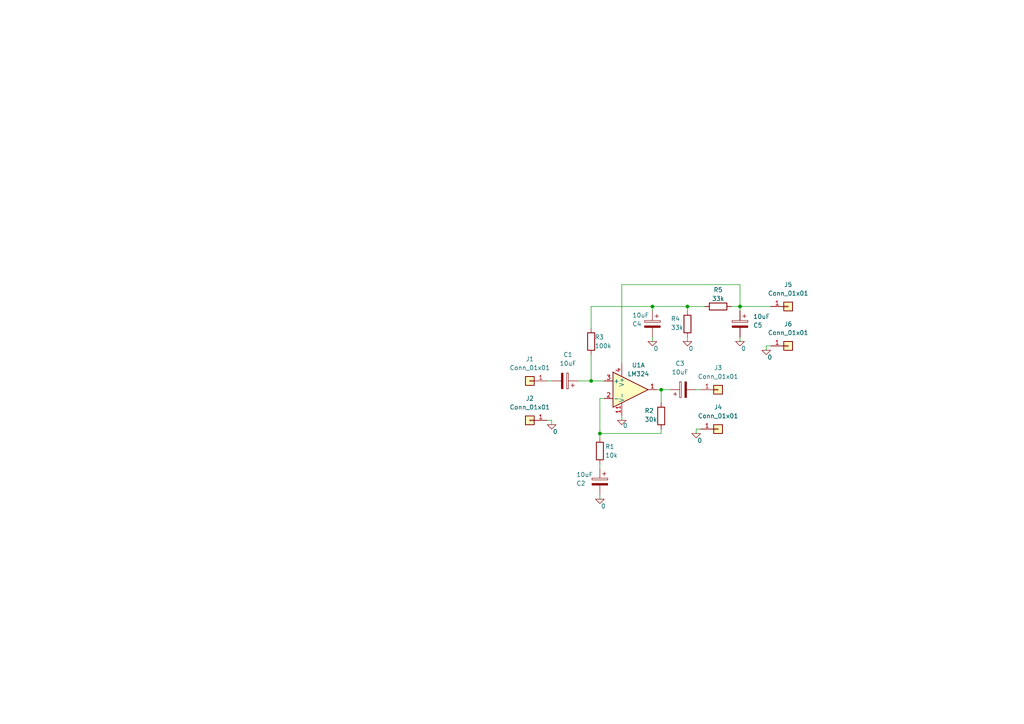
<source format=kicad_sch>
(kicad_sch (version 20250114) (generator "eeschema") (generator_version "9.0")
  (paper "A4")
  (lib_symbols
    (symbol "Amplifier_Operational:LM324" (pin_names (offset 0.127))
      (property "Reference" "U" (at 0 5.08 0))
      (property "Value" "LM324" (at 0 -5.08 0))
      (symbol "LM324_1_1"
        (polyline (pts (xy -5.08 5.08) (xy 5.08 0) (xy -5.08 -5.08) (xy -5.08 5.08)) (stroke (width 0.254)) (fill (type background)))
        (pin input line (at -7.62 2.54 0) (length 2.54) (name "+") (number "3"))
        (pin input line (at -7.62 -2.54 0) (length 2.54) (name "-") (number "2"))
        (pin output line (at 7.62 0 180) (length 2.54) (name "~") (number "1"))
      )
      (symbol "LM324_2_1"
        (polyline (pts (xy -5.08 5.08) (xy 5.08 0) (xy -5.08 -5.08) (xy -5.08 5.08)) (stroke (width 0.254)) (fill (type background)))
        (pin input line (at -7.62 2.54 0) (length 2.54) (name "+") (number "5"))
        (pin input line (at -7.62 -2.54 0) (length 2.54) (name "-") (number "6"))
        (pin output line (at 7.62 0 180) (length 2.54) (name "~") (number "7"))
      )
      (symbol "LM324_3_1"
        (polyline (pts (xy -5.08 5.08) (xy 5.08 0) (xy -5.08 -5.08) (xy -5.08 5.08)) (stroke (width 0.254)) (fill (type background)))
        (pin input line (at -7.62 2.54 0) (length 2.54) (name "+") (number "10"))
        (pin input line (at -7.62 -2.54 0) (length 2.54) (name "-") (number "9"))
        (pin output line (at 7.62 0 180) (length 2.54) (name "~") (number "8"))
      )
      (symbol "LM324_4_1"
        (polyline (pts (xy -5.08 5.08) (xy 5.08 0) (xy -5.08 -5.08) (xy -5.08 5.08)) (stroke (width 0.254)) (fill (type background)))
        (pin input line (at -7.62 2.54 0) (length 2.54) (name "+") (number "12"))
        (pin input line (at -7.62 -2.54 0) (length 2.54) (name "-") (number "13"))
        (pin output line (at 7.62 0 180) (length 2.54) (name "~") (number "14"))
      )
      (symbol "LM324_5_1"
        (pin power_in line (at -2.54 7.62 270) (length 3.81) (name "V+") (number "4"))
        (pin power_in line (at -2.54 -7.62 90) (length 3.81) (name "V-") (number "11"))
      )
    )
    (symbol "Connector_Generic:Conn_01x01" (pin_names (offset 1.016) (hide yes))
      (property "Reference" "J" (at 0 2.54 0))
      (property "Value" "Conn_01x01" (at 0 -2.54 0))
      (symbol "Conn_01x01_1_1"
        (rectangle (start -1.27 1.27) (end 1.27 -1.27) (stroke (width 0.254)) (fill (type background)))
        (rectangle (start -1.27 0.127) (end 0 -0.127) (stroke (width 0.1524)))
        (pin passive line (at -5.08 0 0) (length 3.81) (name "Pin_1") (number "1"))
      )
    )
    (symbol "Device:C_Polarized" (pin_numbers (hide yes)) (pin_names (offset 0.254))
      (property "Reference" "C" (at 0.635 2.54 0))
      (property "Value" "C_Polarized" (at 0.635 -2.54 0))
      (symbol "C_Polarized_0_1"
        (rectangle (start -2.286 0.508) (end 2.286 1.016))
        (polyline (pts (xy -1.778 2.286) (xy -0.762 2.286)))
        (polyline (pts (xy -1.27 2.794) (xy -1.27 1.778)))
        (rectangle (start 2.286 -0.508) (end -2.286 -1.016) (fill (type outline)))
      )
      (symbol "C_Polarized_1_1"
        (pin passive line (at 0 3.81 270) (length 2.794) (name "~") (number "1"))
        (pin passive line (at 0 -3.81 90) (length 2.794) (name "~") (number "2"))
      )
    )
    (symbol "Device:R" (pin_numbers (hide yes)) (pin_names (offset 0))
      (property "Reference" "R" (at 2.032 0 90))
      (property "Value" "R" (at 0 0 90))
      (symbol "R_0_1"
        (rectangle (start -1.016 -2.54) (end 1.016 2.54) (stroke (width 0.254)))
      )
      (symbol "R_1_1"
        (pin passive line (at 0 3.81 270) (length 1.27) (name "~") (number "1"))
        (pin passive line (at 0 -3.81 90) (length 1.27) (name "~") (number "2"))
      )
    )
    (symbol "Simulation_SPICE:0" (power) (pin_numbers (hide yes)) (pin_names (offset 0) (hide yes))
      (property "Value" "0" (at 0 -2.54 0))
      (symbol "0_0_1"
        (polyline (pts (xy -1.27 0) (xy 0 -1.27) (xy 1.27 0) (xy -1.27 0)))
      )
      (symbol "0_1_1"
        (pin power_in line (at 0 0 0) (length 0) (name "~") (number "1"))
      )
    )
  )
  (junction (at 214.63 88.9))
  (junction (at 173.99 125.73))
  (junction (at 191.77 113.03))
  (junction (at 189.23 88.9))
  (junction (at 199.39 88.9))
  (junction (at 171.45 110.49))
  (wire (pts (xy 199.39 88.9) (xy 204.47 88.9)))
  (wire (pts (xy 160.02 121.92) (xy 160.02 123.19)))
  (wire (pts (xy 171.45 102.87) (xy 171.45 110.49)))
  (wire (pts (xy 189.23 97.79) (xy 189.23 99.06)))
  (wire (pts (xy 180.34 120.65) (xy 180.34 121.92)))
  (wire (pts (xy 173.99 115.57) (xy 173.99 125.73)))
  (wire (pts (xy 189.23 88.9) (xy 189.23 90.17)))
  (wire (pts (xy 180.34 82.55) (xy 180.34 105.41)))
  (wire (pts (xy 173.99 125.73) (xy 191.77 125.73)))
  (wire (pts (xy 222.25 100.33) (xy 222.25 101.6)))
  (wire (pts (xy 171.45 110.49) (xy 175.26 110.49)))
  (wire (pts (xy 190.5 113.03) (xy 191.77 113.03)))
  (wire (pts (xy 158.75 121.92) (xy 160.02 121.92)))
  (wire (pts (xy 214.63 88.9) (xy 214.63 82.55)))
  (wire (pts (xy 214.63 82.55) (xy 180.34 82.55)))
  (wire (pts (xy 171.45 88.9) (xy 189.23 88.9)))
  (wire (pts (xy 199.39 90.17) (xy 199.39 88.9)))
  (wire (pts (xy 173.99 125.73) (xy 173.99 127)))
  (wire (pts (xy 173.99 134.62) (xy 173.99 135.89)))
  (wire (pts (xy 158.75 110.49) (xy 160.02 110.49)))
  (wire (pts (xy 191.77 113.03) (xy 194.31 113.03)))
  (wire (pts (xy 212.09 88.9) (xy 214.63 88.9)))
  (wire (pts (xy 201.93 113.03) (xy 203.2 113.03)))
  (wire (pts (xy 203.2 124.46) (xy 201.93 124.46)))
  (wire (pts (xy 199.39 97.79) (xy 199.39 99.06)))
  (wire (pts (xy 214.63 88.9) (xy 223.52 88.9)))
  (wire (pts (xy 167.64 110.49) (xy 171.45 110.49)))
  (wire (pts (xy 214.63 97.79) (xy 214.63 99.06)))
  (wire (pts (xy 201.93 124.46) (xy 201.93 125.73)))
  (wire (pts (xy 214.63 88.9) (xy 214.63 90.17)))
  (wire (pts (xy 173.99 143.51) (xy 173.99 144.78)))
  (wire (pts (xy 191.77 124.46) (xy 191.77 125.73)))
  (wire (pts (xy 175.26 115.57) (xy 173.99 115.57)))
  (wire (pts (xy 191.77 113.03) (xy 191.77 116.84)))
  (wire (pts (xy 199.39 88.9) (xy 189.23 88.9)))
  (wire (pts (xy 223.52 100.33) (xy 222.25 100.33)))
  (wire (pts (xy 171.45 95.25) (xy 171.45 88.9)))
  (symbol (lib_id "Device:R") (at 199.39 93.98 0) (unit 1)
    (property "Reference" "R4" (at 194.564 92.456 0) (effects (justify left)))
    (property "Value" "33k" (at 194.564 94.996 0) (effects (justify left)))
    (property "Footprint" "Resistor_THT:R_Axial_DIN0207_L6.3mm_D2.5mm_P7.62mm_Horizontal" (effects (hide yes)))
    (property "Description" "Resistor" (effects (hide yes)))
  )
  (symbol (lib_id "Connector_Generic:Conn_01x01") (at 228.6 88.9 0) (unit 1)
    (property "Reference" "J5" (at 228.6 82.55 0))
    (property "Value" "Conn_01x01" (at 228.6 85.09 0))
    (property "Footprint" "Connector_PinHeader_2.54mm:PinHeader_1x01_P2.54mm_Vertical" (effects (hide yes)))
    (property "Description" "Generic connector, single row, 01x01, script generated (kicad-library-utils/schlib/autogen/connector/)" (effects (hide yes)))
  )
  (symbol (lib_id "Connector_Generic:Conn_01x01") (at 153.67 121.92 0) (mirror y) (unit 1)
    (property "Reference" "J2" (at 153.67 115.57 0))
    (property "Value" "Conn_01x01" (at 153.67 118.11 0))
    (property "Footprint" "Connector_PinHeader_2.54mm:PinHeader_1x01_P2.54mm_Vertical" (effects (hide yes)))
    (property "Description" "Generic connector, single row, 01x01, script generated (kicad-library-utils/schlib/autogen/connector/)" (effects (hide yes)))
  )
  (symbol (lib_id "Amplifier_Operational:LM324") (at 182.88 113.03 0) (unit 1)
    (property "Reference" "U1" (at 185.166 105.918 0))
    (property "Value" "LM324" (at 185.166 108.458 0))
    (property "Footprint" "Package_DIP:DIP-14_W7.62mm" (effects (hide yes)))
    (property "Datasheet" "http://www.ti.com/lit/ds/symlink/lm2902-n.pdf" (effects (hide yes)))
    (property "Description" "Low-Power, Quad-Operational Amplifiers, DIP-14/SOIC-14/SSOP-14" (effects (hide yes)))
  )
  (symbol (lib_id "Simulation_SPICE:0") (at 173.99 144.78 0) (unit 1)
    (property "Reference" "#GND04" (effects (hide yes)))
    (property "Value" "0" (at 175.006 146.812 0))
    (property "Datasheet" "https://ngspice.sourceforge.io/docs/ngspice-html-manual/manual.xhtml#subsec_Circuit_elements__device" (effects (hide yes)))
    (property "Description" "0V reference potential for simulation" (effects (hide yes)))
  )
  (symbol (lib_id "Simulation_SPICE:0") (at 160.02 123.19 0) (unit 1)
    (property "Reference" "#GND01" (effects (hide yes)))
    (property "Value" "0" (at 161.036 125.222 0))
    (property "Datasheet" "https://ngspice.sourceforge.io/docs/ngspice-html-manual/manual.xhtml#subsec_Circuit_elements__device" (effects (hide yes)))
    (property "Description" "0V reference potential for simulation" (effects (hide yes)))
  )
  (symbol (lib_id "Device:C_Polarized") (at 163.83 110.49 270) (mirror x) (unit 1)
    (property "Reference" "C1" (at 164.719 102.87 90))
    (property "Value" "10uF" (at 164.719 105.41 90))
    (property "Footprint" "Capacitor_THT:CP_Radial_D5.0mm_P2.50mm" (effects (hide yes)))
    (property "Description" "Polarized capacitor" (effects (hide yes)))
  )
  (symbol (lib_id "Connector_Generic:Conn_01x01") (at 153.67 110.49 0) (mirror y) (unit 1)
    (property "Reference" "J1" (at 153.67 104.14 0))
    (property "Value" "Conn_01x01" (at 153.67 106.68 0))
    (property "Footprint" "Connector_PinHeader_2.54mm:PinHeader_1x01_P2.54mm_Vertical" (effects (hide yes)))
    (property "Description" "Generic connector, single row, 01x01, script generated (kicad-library-utils/schlib/autogen/connector/)" (effects (hide yes)))
  )
  (symbol (lib_id "Device:R") (at 171.45 99.06 180) (unit 1)
    (property "Reference" "R3" (at 172.466 97.79 0) (effects (justify right)))
    (property "Value" "100k" (at 172.466 100.33 0) (effects (justify right)))
    (property "Footprint" "Resistor_THT:R_Axial_DIN0207_L6.3mm_D2.5mm_P7.62mm_Horizontal" (effects (hide yes)))
    (property "Description" "Resistor" (effects (hide yes)))
  )
  (symbol (lib_id "Simulation_SPICE:0") (at 189.23 99.06 0) (unit 1)
    (property "Reference" "#GND05" (effects (hide yes)))
    (property "Value" "0" (at 190.246 101.092 0))
    (property "Datasheet" "https://ngspice.sourceforge.io/docs/ngspice-html-manual/manual.xhtml#subsec_Circuit_elements__device" (effects (hide yes)))
    (property "Description" "0V reference potential for simulation" (effects (hide yes)))
  )
  (symbol (lib_id "Simulation_SPICE:0") (at 222.25 101.6 0) (unit 1)
    (property "Reference" "#GND08" (effects (hide yes)))
    (property "Value" "0" (at 223.266 103.632 0))
    (property "Datasheet" "https://ngspice.sourceforge.io/docs/ngspice-html-manual/manual.xhtml#subsec_Circuit_elements__device" (effects (hide yes)))
    (property "Description" "0V reference potential for simulation" (effects (hide yes)))
  )
  (symbol (lib_id "Connector_Generic:Conn_01x01") (at 208.28 113.03 0) (unit 1)
    (property "Reference" "J3" (at 208.28 106.68 0))
    (property "Value" "Conn_01x01" (at 208.28 109.22 0))
    (property "Footprint" "Connector_PinHeader_2.54mm:PinHeader_1x01_P2.54mm_Vertical" (effects (hide yes)))
    (property "Description" "Generic connector, single row, 01x01, script generated (kicad-library-utils/schlib/autogen/connector/)" (effects (hide yes)))
  )
  (symbol (lib_id "Simulation_SPICE:0") (at 180.34 121.92 0) (unit 1)
    (property "Reference" "#GND02" (effects (hide yes)))
    (property "Value" "0" (at 181.356 123.444 0))
    (property "Datasheet" "https://ngspice.sourceforge.io/docs/ngspice-html-manual/manual.xhtml#subsec_Circuit_elements__device" (effects (hide yes)))
    (property "Description" "0V reference potential for simulation" (effects (hide yes)))
  )
  (symbol (lib_id "Simulation_SPICE:0") (at 201.93 125.73 0) (unit 1)
    (property "Reference" "#GND03" (effects (hide yes)))
    (property "Value" "0" (at 202.946 127.762 0))
    (property "Datasheet" "https://ngspice.sourceforge.io/docs/ngspice-html-manual/manual.xhtml#subsec_Circuit_elements__device" (effects (hide yes)))
    (property "Description" "0V reference potential for simulation" (effects (hide yes)))
  )
  (symbol (lib_id "Simulation_SPICE:0") (at 199.39 99.06 0) (unit 1)
    (property "Reference" "#GND06" (effects (hide yes)))
    (property "Value" "0" (at 200.406 101.092 0))
    (property "Datasheet" "https://ngspice.sourceforge.io/docs/ngspice-html-manual/manual.xhtml#subsec_Circuit_elements__device" (effects (hide yes)))
    (property "Description" "0V reference potential for simulation" (effects (hide yes)))
  )
  (symbol (lib_id "Connector_Generic:Conn_01x01") (at 208.28 124.46 0) (unit 1)
    (property "Reference" "J4" (at 208.28 118.11 0))
    (property "Value" "Conn_01x01" (at 208.28 120.65 0))
    (property "Footprint" "Connector_PinHeader_2.54mm:PinHeader_1x01_P2.54mm_Vertical" (effects (hide yes)))
    (property "Description" "Generic connector, single row, 01x01, script generated (kicad-library-utils/schlib/autogen/connector/)" (effects (hide yes)))
  )
  (symbol (lib_id "Simulation_SPICE:0") (at 214.63 99.06 0) (unit 1)
    (property "Reference" "#GND07" (effects (hide yes)))
    (property "Value" "0" (at 215.646 101.092 0))
    (property "Datasheet" "https://ngspice.sourceforge.io/docs/ngspice-html-manual/manual.xhtml#subsec_Circuit_elements__device" (effects (hide yes)))
    (property "Description" "0V reference potential for simulation" (effects (hide yes)))
  )
  (symbol (lib_id "Device:C_Polarized") (at 198.12 113.03 90) (unit 1)
    (property "Reference" "C3" (at 197.231 105.41 90))
    (property "Value" "10uF" (at 197.231 107.95 90))
    (property "Footprint" "Capacitor_THT:CP_Radial_D5.0mm_P2.50mm" (effects (hide yes)))
    (property "Description" "Polarized capacitor" (effects (hide yes)))
  )
  (symbol (lib_id "Amplifier_Operational:LM324") (at 182.88 113.03 0) (unit 5)
    (property "Reference" "U1" (effects (hide yes)))
    (property "Value" "LM324" (effects (hide yes)))
    (property "Footprint" "Package_DIP:DIP-14_W7.62mm" (effects (hide yes)))
    (property "Datasheet" "http://www.ti.com/lit/ds/symlink/lm2902-n.pdf" (effects (hide yes)))
    (property "Description" "Low-Power, Quad-Operational Amplifiers, DIP-14/SOIC-14/SSOP-14" (effects (hide yes)))
  )
  (symbol (lib_id "Connector_Generic:Conn_01x01") (at 228.6 100.33 0) (unit 1)
    (property "Reference" "J6" (at 228.6 93.98 0))
    (property "Value" "Conn_01x01" (at 228.6 96.52 0))
    (property "Footprint" "Connector_PinHeader_2.54mm:PinHeader_1x01_P2.54mm_Vertical" (effects (hide yes)))
    (property "Description" "Generic connector, single row, 01x01, script generated (kicad-library-utils/schlib/autogen/connector/)" (effects (hide yes)))
  )
  (symbol (lib_id "Device:R") (at 208.28 88.9 90) (unit 1)
    (property "Reference" "R5" (at 208.28 84.074 90))
    (property "Value" "33k" (at 208.28 86.614 90))
    (property "Footprint" "Resistor_THT:R_Axial_DIN0207_L6.3mm_D2.5mm_P7.62mm_Horizontal" (effects (hide yes)))
    (property "Description" "Resistor" (effects (hide yes)))
  )
  (symbol (lib_id "Device:C_Polarized") (at 189.23 93.98 0) (mirror y) (unit 1)
    (property "Reference" "C4" (at 183.388 93.98 0) (effects (justify right)))
    (property "Value" "10uF" (at 183.388 91.44 0) (effects (justify right)))
    (property "Footprint" "Capacitor_THT:CP_Radial_D5.0mm_P2.50mm" (effects (hide yes)))
    (property "Description" "Polarized capacitor" (effects (hide yes)))
  )
  (symbol (lib_id "Device:C_Polarized") (at 214.63 93.98 0) (mirror y) (unit 1)
    (property "Reference" "C5" (at 218.44 94.3611 0) (effects (justify right)))
    (property "Value" "10uF" (at 218.44 91.8211 0) (effects (justify right)))
    (property "Footprint" "Capacitor_THT:CP_Radial_D5.0mm_P2.50mm" (effects (hide yes)))
    (property "Description" "Polarized capacitor" (effects (hide yes)))
  )
  (symbol (lib_id "Device:C_Polarized") (at 173.99 139.7 0) (mirror y) (unit 1)
    (property "Reference" "C2" (at 167.132 140.208 0) (effects (justify right)))
    (property "Value" "10uF" (at 167.132 137.668 0) (effects (justify right)))
    (property "Footprint" "Capacitor_THT:CP_Radial_D5.0mm_P2.50mm" (effects (hide yes)))
    (property "Description" "Polarized capacitor" (effects (hide yes)))
  )
  (symbol (lib_id "Device:R") (at 191.77 120.65 0) (unit 1)
    (property "Reference" "R2" (at 186.944 119.126 0) (effects (justify left)))
    (property "Value" "30k" (at 186.944 121.666 0) (effects (justify left)))
    (property "Footprint" "Resistor_THT:R_Axial_DIN0207_L6.3mm_D2.5mm_P7.62mm_Horizontal" (effects (hide yes)))
    (property "Description" "Resistor" (effects (hide yes)))
  )
  (symbol (lib_id "Device:R") (at 173.99 130.81 0) (unit 1)
    (property "Reference" "R1" (at 175.514 129.54 0) (effects (justify left)))
    (property "Value" "10k" (at 175.514 132.08 0) (effects (justify left)))
    (property "Footprint" "Resistor_THT:R_Axial_DIN0207_L6.3mm_D2.5mm_P7.62mm_Horizontal" (effects (hide yes)))
    (property "Description" "Resistor" (effects (hide yes)))
  )
)
</source>
